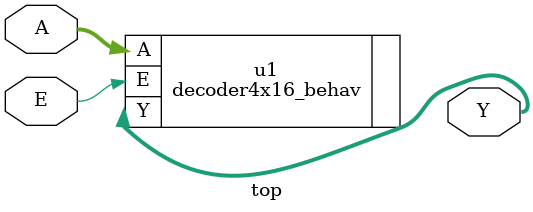
<source format=v>
module top(
    input  [3:0] A,
    input        E,
    output [15:0] Y
);
    decoder4x16_behav u1 (
        .A(A),
        .E(E),
        .Y(Y)
    );
endmodule

</source>
